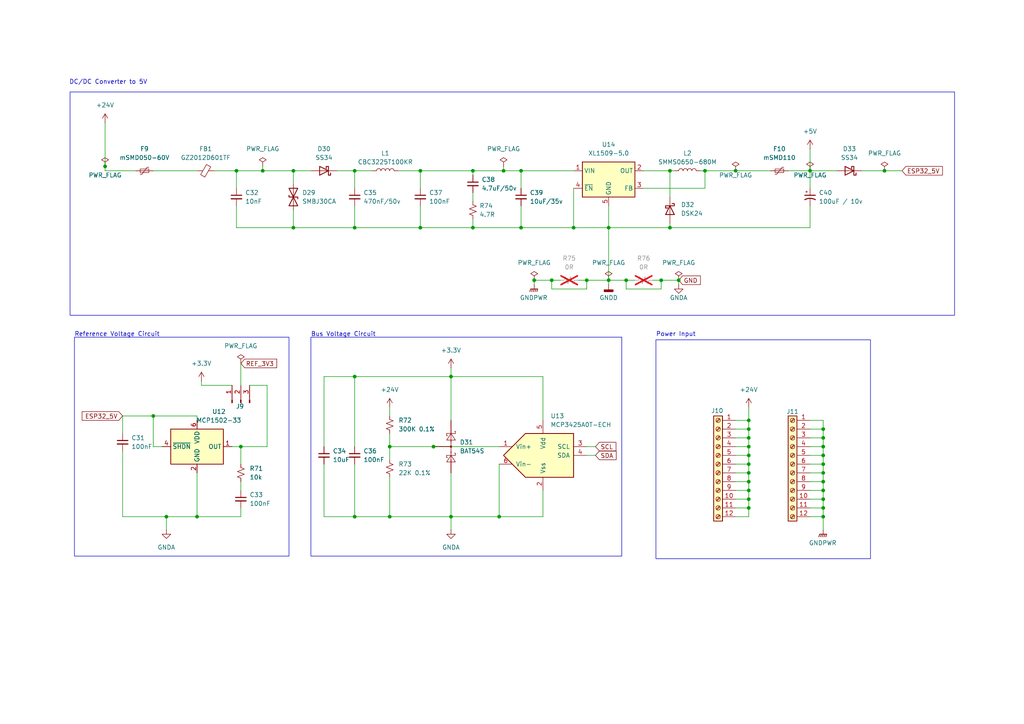
<source format=kicad_sch>
(kicad_sch (version 20231120) (generator "eeschema") (generator_version "8.0")
  (paper "A4")
  (title_block (title "FrothFET 12CH") (date "2024-08-17") (rev "D") (company "https://github.com/hoeken/frothfet"))
  (lib_symbols
    (symbol "Analog_ADC:MCP3425A0T-ECH" (pin_names (offset 1.016))
      (property "Reference" "U" (at -10.16 7.62 0))
      (property "Value" "MCP3425A0T-ECH" (at 2.54 7.62 0))
      (symbol "MCP3425A0T-ECH_0_1"
        (polyline (pts (xy -5.08 6.35) (xy 8.89 6.35) (xy 8.89 0) (xy 8.89 -6.35) (xy -5.08 -6.35) (xy -11.43 0) (xy -5.08 6.35)) (stroke (width 0.254)) (fill (type background)))
      )
      (symbol "MCP3425A0T-ECH_1_1"
        (pin passive line (at -12.7 2.54 0) (length 3.81) (name "Vin+") (number "1"))
        (pin power_in line (at 0 -10.16 90) (length 3.81) (name "Vss") (number "2"))
        (pin input line (at 12.7 2.54 180) (length 3.81) (name "SCL") (number "3"))
        (pin bidirectional line (at 12.7 0 180) (length 3.81) (name "SDA") (number "4"))
        (pin power_in line (at 0 10.16 270) (length 3.81) (name "Vdd") (number "5"))
        (pin passive line (at -12.7 -2.54 0) (length 3.81) (name "Vin-") (number "6"))
      )
    )
    (symbol "Connector:Conn_01x03_Pin" (pin_names (offset 1.016) hide)
      (property "Reference" "J" (at 0 5.08 0))
      (property "Value" "Conn_01x03_Pin" (at 0 -5.08 0))
      (symbol "Conn_01x03_Pin_1_1"
        (polyline (pts (xy 1.27 -2.54) (xy 0.8636 -2.54)) (stroke (width 0.1524)))
        (polyline (pts (xy 1.27 0) (xy 0.8636 0)) (stroke (width 0.1524)))
        (polyline (pts (xy 1.27 2.54) (xy 0.8636 2.54)) (stroke (width 0.1524)))
        (rectangle (start 0.8636 -2.413) (end 0 -2.667) (stroke (width 0.1524)) (fill (type outline)))
        (rectangle (start 0.8636 0.127) (end 0 -0.127) (stroke (width 0.1524)) (fill (type outline)))
        (rectangle (start 0.8636 2.667) (end 0 2.413) (stroke (width 0.1524)) (fill (type outline)))
        (pin passive line (at 5.08 2.54 180) (length 3.81) (name "Pin_1") (number "1"))
        (pin passive line (at 5.08 0 180) (length 3.81) (name "Pin_2") (number "2"))
        (pin passive line (at 5.08 -2.54 180) (length 3.81) (name "Pin_3") (number "3"))
      )
    )
    (symbol "Connector:Screw_Terminal_01x12" (pin_names (offset 1.016) hide)
      (property "Reference" "J" (at 0 15.24 0))
      (property "Value" "Screw_Terminal_01x12" (at 0 -17.78 0))
      (symbol "Screw_Terminal_01x12_1_1"
        (rectangle (start -1.27 13.97) (end 1.27 -16.51) (stroke (width 0.254)) (fill (type background)))
        (circle (center 0 -15.24) (radius 0.635) (stroke (width 0.1524)))
        (circle (center 0 -12.7) (radius 0.635) (stroke (width 0.1524)))
        (circle (center 0 -10.16) (radius 0.635) (stroke (width 0.1524)))
        (circle (center 0 -7.62) (radius 0.635) (stroke (width 0.1524)))
        (circle (center 0 -5.08) (radius 0.635) (stroke (width 0.1524)))
        (circle (center 0 -2.54) (radius 0.635) (stroke (width 0.1524)))
        (polyline (pts (xy -0.5334 -14.9098) (xy 0.3302 -15.748)) (stroke (width 0.1524)))
        (polyline (pts (xy -0.5334 -12.3698) (xy 0.3302 -13.208)) (stroke (width 0.1524)))
        (polyline (pts (xy -0.5334 -9.8298) (xy 0.3302 -10.668)) (stroke (width 0.1524)))
        (polyline (pts (xy -0.5334 -7.2898) (xy 0.3302 -8.128)) (stroke (width 0.1524)))
        (polyline (pts (xy -0.5334 -4.7498) (xy 0.3302 -5.588)) (stroke (width 0.1524)))
        (polyline (pts (xy -0.5334 -2.2098) (xy 0.3302 -3.048)) (stroke (width 0.1524)))
        (polyline (pts (xy -0.5334 0.3302) (xy 0.3302 -0.508)) (stroke (width 0.1524)))
        (polyline (pts (xy -0.5334 2.8702) (xy 0.3302 2.032)) (stroke (width 0.1524)))
        (polyline (pts (xy -0.5334 5.4102) (xy 0.3302 4.572)) (stroke (width 0.1524)))
        (polyline (pts (xy -0.5334 7.9502) (xy 0.3302 7.112)) (stroke (width 0.1524)))
        (polyline (pts (xy -0.5334 10.4902) (xy 0.3302 9.652)) (stroke (width 0.1524)))
        (polyline (pts (xy -0.5334 13.0302) (xy 0.3302 12.192)) (stroke (width 0.1524)))
        (polyline (pts (xy -0.3556 -14.732) (xy 0.508 -15.5702)) (stroke (width 0.1524)))
        (polyline (pts (xy -0.3556 -12.192) (xy 0.508 -13.0302)) (stroke (width 0.1524)))
        (polyline (pts (xy -0.3556 -9.652) (xy 0.508 -10.4902)) (stroke (width 0.1524)))
        (polyline (pts (xy -0.3556 -7.112) (xy 0.508 -7.9502)) (stroke (width 0.1524)))
        (polyline (pts (xy -0.3556 -4.572) (xy 0.508 -5.4102)) (stroke (width 0.1524)))
        (polyline (pts (xy -0.3556 -2.032) (xy 0.508 -2.8702)) (stroke (width 0.1524)))
        (polyline (pts (xy -0.3556 0.508) (xy 0.508 -0.3302)) (stroke (width 0.1524)))
        (polyline (pts (xy -0.3556 3.048) (xy 0.508 2.2098)) (stroke (width 0.1524)))
        (polyline (pts (xy -0.3556 5.588) (xy 0.508 4.7498)) (stroke (width 0.1524)))
        (polyline (pts (xy -0.3556 8.128) (xy 0.508 7.2898)) (stroke (width 0.1524)))
        (polyline (pts (xy -0.3556 10.668) (xy 0.508 9.8298)) (stroke (width 0.1524)))
        (polyline (pts (xy -0.3556 13.208) (xy 0.508 12.3698)) (stroke (width 0.1524)))
        (circle (center 0 0) (radius 0.635) (stroke (width 0.1524)))
        (circle (center 0 2.54) (radius 0.635) (stroke (width 0.1524)))
        (circle (center 0 5.08) (radius 0.635) (stroke (width 0.1524)))
        (circle (center 0 7.62) (radius 0.635) (stroke (width 0.1524)))
        (circle (center 0 10.16) (radius 0.635) (stroke (width 0.1524)))
        (circle (center 0 12.7) (radius 0.635) (stroke (width 0.1524)))
        (pin passive line (at -5.08 12.7 0) (length 3.81) (name "Pin_1") (number "1"))
        (pin passive line (at -5.08 -10.16 0) (length 3.81) (name "Pin_10") (number "10"))
        (pin passive line (at -5.08 -12.7 0) (length 3.81) (name "Pin_11") (number "11"))
        (pin passive line (at -5.08 -15.24 0) (length 3.81) (name "Pin_12") (number "12"))
        (pin passive line (at -5.08 10.16 0) (length 3.81) (name "Pin_2") (number "2"))
        (pin passive line (at -5.08 7.62 0) (length 3.81) (name "Pin_3") (number "3"))
        (pin passive line (at -5.08 5.08 0) (length 3.81) (name "Pin_4") (number "4"))
        (pin passive line (at -5.08 2.54 0) (length 3.81) (name "Pin_5") (number "5"))
        (pin passive line (at -5.08 0 0) (length 3.81) (name "Pin_6") (number "6"))
        (pin passive line (at -5.08 -2.54 0) (length 3.81) (name "Pin_7") (number "7"))
        (pin passive line (at -5.08 -5.08 0) (length 3.81) (name "Pin_8") (number "8"))
        (pin passive line (at -5.08 -7.62 0) (length 3.81) (name "Pin_9") (number "9"))
      )
    )
    (symbol "Device:C_Polarized_Small_US" (pin_numbers hide) (pin_names (offset 0.254) hide)
      (property "Reference" "C" (at 0.254 1.778 0))
      (property "Value" "C_Polarized_Small_US" (at 0.254 -2.032 0))
      (symbol "C_Polarized_Small_US_0_1"
        (polyline (pts (xy -1.524 0.508) (xy 1.524 0.508)) (stroke (width 0.3048)))
        (polyline (pts (xy -1.27 1.524) (xy -0.762 1.524)))
        (polyline (pts (xy -1.016 1.27) (xy -1.016 1.778)))
        (arc (start 1.524 -0.762) (mid 0 -0.3734) (end -1.524 -0.762) (stroke (width 0.3048)))
      )
      (symbol "C_Polarized_Small_US_1_1"
        (pin passive line (at 0 2.54 270) (length 2.032) (name "~") (number "1"))
        (pin passive line (at 0 -2.54 90) (length 2.032) (name "~") (number "2"))
      )
    )
    (symbol "Device:C_Small" (pin_numbers hide) (pin_names (offset 0.254) hide)
      (property "Reference" "C" (at 0.254 1.778 0))
      (property "Value" "C_Small" (at 0.254 -2.032 0))
      (symbol "C_Small_0_1"
        (polyline (pts (xy -1.524 -0.508) (xy 1.524 -0.508)) (stroke (width 0.3302)))
        (polyline (pts (xy -1.524 0.508) (xy 1.524 0.508)) (stroke (width 0.3048)))
      )
      (symbol "C_Small_1_1"
        (pin passive line (at 0 2.54 270) (length 2.032) (name "~") (number "1"))
        (pin passive line (at 0 -2.54 90) (length 2.032) (name "~") (number "2"))
      )
    )
    (symbol "Device:D_Schottky" (pin_numbers hide) (pin_names (offset 1.016) hide)
      (property "Reference" "D" (at 0 2.54 0))
      (property "Value" "D_Schottky" (at 0 -2.54 0))
      (symbol "D_Schottky_0_1"
        (polyline (pts (xy 1.27 0) (xy -1.27 0)))
        (polyline (pts (xy 1.27 1.27) (xy 1.27 -1.27) (xy -1.27 0) (xy 1.27 1.27)) (stroke (width 0.254)))
        (polyline (pts (xy -1.905 0.635) (xy -1.905 1.27) (xy -1.27 1.27) (xy -1.27 -1.27) (xy -0.635 -1.27) (xy -0.635 -0.635)) (stroke (width 0.254)))
      )
      (symbol "D_Schottky_1_1"
        (pin passive line (at -3.81 0 0) (length 2.54) (name "K") (number "1"))
        (pin passive line (at 3.81 0 180) (length 2.54) (name "A") (number "2"))
      )
    )
    (symbol "Device:D_TVS" (pin_numbers hide) (pin_names (offset 1.016) hide)
      (property "Reference" "D" (at 0 2.54 0))
      (property "Value" "D_TVS" (at 0 -2.54 0))
      (symbol "D_TVS_0_1"
        (polyline (pts (xy 1.27 0) (xy -1.27 0)))
        (polyline (pts (xy 0.508 1.27) (xy 0 1.27) (xy 0 -1.27) (xy -0.508 -1.27)) (stroke (width 0.254)))
        (polyline (pts (xy -2.54 1.27) (xy -2.54 -1.27) (xy 2.54 1.27) (xy 2.54 -1.27) (xy -2.54 1.27)) (stroke (width 0.254)))
      )
      (symbol "D_TVS_1_1"
        (pin passive line (at -3.81 0 0) (length 2.54) (name "A1") (number "1"))
        (pin passive line (at 3.81 0 180) (length 2.54) (name "A2") (number "2"))
      )
    )
    (symbol "Device:FerriteBead_Small" (pin_numbers hide) (pin_names (offset 0))
      (property "Reference" "FB" (at 1.905 1.27 0))
      (property "Value" "FerriteBead_Small" (at 1.905 -1.27 0))
      (symbol "FerriteBead_Small_0_1"
        (polyline (pts (xy 0 -1.27) (xy 0 -0.7874)))
        (polyline (pts (xy 0 0.889) (xy 0 1.2954)))
        (polyline (pts (xy -1.8288 0.2794) (xy -1.1176 1.4986) (xy 1.8288 -0.2032) (xy 1.1176 -1.4224) (xy -1.8288 0.2794)))
      )
      (symbol "FerriteBead_Small_1_1"
        (pin passive line (at 0 2.54 270) (length 1.27) (name "~") (number "1"))
        (pin passive line (at 0 -2.54 90) (length 1.27) (name "~") (number "2"))
      )
    )
    (symbol "Device:L" (pin_numbers hide) (pin_names (offset 1.016) hide)
      (property "Reference" "L" (at -1.27 0 90))
      (property "Value" "L" (at 1.905 0 90))
      (symbol "L_0_1"
        (arc (start 0 -2.54) (mid 0.6323 -1.905) (end 0 -1.27))
        (arc (start 0 -1.27) (mid 0.6323 -0.635) (end 0 0))
        (arc (start 0 0) (mid 0.6323 0.635) (end 0 1.27))
        (arc (start 0 1.27) (mid 0.6323 1.905) (end 0 2.54))
      )
      (symbol "L_1_1"
        (pin passive line (at 0 3.81 270) (length 1.27) (name "1") (number "1"))
        (pin passive line (at 0 -3.81 90) (length 1.27) (name "2") (number "2"))
      )
    )
    (symbol "Device:Polyfuse_Small" (pin_numbers hide) (pin_names (offset 0))
      (property "Reference" "F" (at -1.905 0 90))
      (property "Value" "Polyfuse_Small" (at 1.905 0 90))
      (symbol "Polyfuse_Small_0_1"
        (rectangle (start -0.508 1.27) (end 0.508 -1.27))
        (polyline (pts (xy 0 2.54) (xy 0 -2.54)))
        (polyline (pts (xy -1.016 1.27) (xy -1.016 0.762) (xy 1.016 -0.762) (xy 1.016 -1.27)))
      )
      (symbol "Polyfuse_Small_1_1"
        (pin passive line (at 0 2.54 270) (length 0.635) (name "~") (number "1"))
        (pin passive line (at 0 -2.54 90) (length 0.635) (name "~") (number "2"))
      )
    )
    (symbol "Device:R_Small_US" (pin_numbers hide) (pin_names (offset 0.254) hide)
      (property "Reference" "R" (at 0.762 0.508 0))
      (property "Value" "R_Small_US" (at 0.762 -1.016 0))
      (symbol "R_Small_US_1_1"
        (polyline (pts (xy 0 0) (xy 1.016 -0.381) (xy 0 -0.762) (xy -1.016 -1.143) (xy 0 -1.524)))
        (polyline (pts (xy 0 1.524) (xy 1.016 1.143) (xy 0 0.762) (xy -1.016 0.381) (xy 0 0)))
        (pin passive line (at 0 2.54 270) (length 1.016) (name "~") (number "1"))
        (pin passive line (at 0 -2.54 90) (length 1.016) (name "~") (number "2"))
      )
    )
    (symbol "Diode:BAT54S" (pin_numbers hide) (pin_names (offset 0) hide)
      (property "Reference" "D" (at 2.54 -5.08 0))
      (property "Value" "BAT54S" (at -6.35 3.175 0))
      (symbol "BAT54S_0_1"
        (polyline (pts (xy -3.81 0) (xy -1.27 0)))
        (polyline (pts (xy -3.175 -1.27) (xy -3.175 -1.016)))
        (polyline (pts (xy -2.54 -1.27) (xy -3.175 -1.27)))
        (polyline (pts (xy -2.54 -1.27) (xy -2.54 1.27)))
        (polyline (pts (xy -2.54 1.27) (xy -1.905 1.27)))
        (polyline (pts (xy -1.905 0) (xy 1.905 0)))
        (polyline (pts (xy -1.905 1.27) (xy -1.905 1.016)))
        (polyline (pts (xy 1.27 0) (xy 3.81 0)))
        (polyline (pts (xy 3.175 -1.27) (xy 3.175 -1.016)))
        (polyline (pts (xy 3.81 -1.27) (xy 3.175 -1.27)))
        (polyline (pts (xy 3.81 -1.27) (xy 3.81 1.27)))
        (polyline (pts (xy 3.81 1.27) (xy 4.445 1.27)))
        (polyline (pts (xy 4.445 1.27) (xy 4.445 1.016)))
        (polyline (pts (xy -4.445 1.27) (xy -4.445 -1.27) (xy -2.54 0) (xy -4.445 1.27)))
        (polyline (pts (xy 1.905 1.27) (xy 1.905 -1.27) (xy 3.81 0) (xy 1.905 1.27)))
        (circle (center 0 0) (radius 0.254) (fill (type outline)))
      )
      (symbol "BAT54S_1_1"
        (pin passive line (at -7.62 0 0) (length 3.81) (name "A") (number "1"))
        (pin passive line (at 7.62 0 180) (length 3.81) (name "K") (number "2"))
        (pin passive line (at 0 -5.08 90) (length 5.08) (name "COM") (number "3"))
      )
    )
    (symbol "Reference_Voltage:MCP1501-30xCH"
      (property "Reference" "U" (at -6.35 6.35 0))
      (property "Value" "MCP1501-30xCH" (at 10.16 6.35 0))
      (symbol "MCP1501-30xCH_0_0"
        (pin power_out line (at 10.16 0 180) (length 2.54) (name "OUT") (number "1"))
        (pin power_in line (at 0 -7.62 90) (length 2.54) (name "GND") (number "2"))
        (pin passive line (at 0 -7.62 90) (length 2.54) hide (name "GND") (number "3"))
        (pin input line (at -10.16 0 0) (length 2.54) (name "~{SHDN}") (number "4"))
        (pin passive line (at 0 -7.62 90) (length 2.54) hide (name "GND") (number "5"))
        (pin power_in line (at 0 7.62 270) (length 2.54) (name "VDD") (number "6"))
      )
      (symbol "MCP1501-30xCH_0_1"
        (rectangle (start -7.62 5.08) (end 7.62 -5.08) (stroke (width 0.254)) (fill (type background)))
      )
    )
    (symbol "Regulator_Switching:XL1509-5.0"
      (property "Reference" "U" (at -7.112 6.096 0))
      (property "Value" "XL1509-5.0" (at 5.842 6.096 0))
      (symbol "XL1509-5.0_0_1"
        (rectangle (start -7.62 5.08) (end 7.62 -5.08) (stroke (width 0.254)) (fill (type background)))
      )
      (symbol "XL1509-5.0_1_1"
        (pin power_in line (at -10.16 2.54 0) (length 2.54) (name "VIN") (number "1"))
        (pin power_out line (at 10.16 2.54 180) (length 2.54) (name "OUT") (number "2"))
        (pin input line (at 10.16 -2.54 180) (length 2.54) (name "FB") (number "3"))
        (pin input line (at -10.16 -2.54 0) (length 2.54) (name "~{EN}") (number "4"))
        (pin power_in line (at 0 -7.62 90) (length 2.54) (name "GND") (number "5"))
        (pin passive line (at 0 -7.62 90) (length 2.54) hide (name "GND") (number "6"))
        (pin passive line (at 0 -7.62 90) (length 2.54) hide (name "GND") (number "7"))
        (pin passive line (at 0 -7.62 90) (length 2.54) hide (name "GND") (number "8"))
      )
    )
    (symbol "power:+24V" (power) (pin_numbers hide) (pin_names (offset 0) hide)
      (property "Value" "+24V" (at 0 3.556 0))
      (symbol "+24V_0_1"
        (polyline (pts (xy -0.762 1.27) (xy 0 2.54)))
        (polyline (pts (xy 0 0) (xy 0 2.54)))
        (polyline (pts (xy 0 2.54) (xy 0.762 1.27)))
      )
      (symbol "+24V_1_1"
        (pin power_in line (at 0 0 90) (length 0) (name "~") (number "1"))
      )
    )
    (symbol "power:+3.3V" (power) (pin_numbers hide) (pin_names (offset 0) hide)
      (property "Value" "+3.3V" (at 0 3.556 0))
      (symbol "+3.3V_0_1"
        (polyline (pts (xy -0.762 1.27) (xy 0 2.54)))
        (polyline (pts (xy 0 0) (xy 0 2.54)))
        (polyline (pts (xy 0 2.54) (xy 0.762 1.27)))
      )
      (symbol "+3.3V_1_1"
        (pin power_in line (at 0 0 90) (length 0) (name "~") (number "1"))
      )
    )
    (symbol "power:+5V" (power) (pin_numbers hide) (pin_names (offset 0) hide)
      (property "Value" "+5V" (at 0 3.556 0))
      (symbol "+5V_0_1"
        (polyline (pts (xy -0.762 1.27) (xy 0 2.54)))
        (polyline (pts (xy 0 0) (xy 0 2.54)))
        (polyline (pts (xy 0 2.54) (xy 0.762 1.27)))
      )
      (symbol "+5V_1_1"
        (pin power_in line (at 0 0 90) (length 0) (name "~") (number "1"))
      )
    )
    (symbol "power:GNDA" (power) (pin_numbers hide) (pin_names (offset 0) hide)
      (property "Value" "GNDA" (at 0 -3.81 0))
      (symbol "GNDA_0_1"
        (polyline (pts (xy 0 0) (xy 0 -1.27) (xy 1.27 -1.27) (xy 0 -2.54) (xy -1.27 -1.27) (xy 0 -1.27)))
      )
      (symbol "GNDA_1_1"
        (pin power_in line (at 0 0 270) (length 0) (name "~") (number "1"))
      )
    )
    (symbol "power:GNDD" (power) (pin_numbers hide) (pin_names (offset 0) hide)
      (property "Value" "GNDD" (at 0 -3.175 0))
      (symbol "GNDD_0_1"
        (rectangle (start -1.27 -1.524) (end 1.27 -2.032) (stroke (width 0.254)) (fill (type outline)))
        (polyline (pts (xy 0 0) (xy 0 -1.524)))
      )
      (symbol "GNDD_1_1"
        (pin power_in line (at 0 0 270) (length 0) (name "~") (number "1"))
      )
    )
    (symbol "power:GNDPWR" (power) (pin_numbers hide) (pin_names (offset 0) hide)
      (property "Value" "GNDPWR" (at 0 -3.302 0))
      (symbol "GNDPWR_0_1"
        (polyline (pts (xy 0 -1.27) (xy 0 0)))
        (polyline (pts (xy -1.016 -1.27) (xy -1.27 -2.032) (xy -1.27 -2.032)) (stroke (width 0.2032)))
        (polyline (pts (xy -0.508 -1.27) (xy -0.762 -2.032) (xy -0.762 -2.032)) (stroke (width 0.2032)))
        (polyline (pts (xy 0 -1.27) (xy -0.254 -2.032) (xy -0.254 -2.032)) (stroke (width 0.2032)))
        (polyline (pts (xy 0.508 -1.27) (xy 0.254 -2.032) (xy 0.254 -2.032)) (stroke (width 0.2032)))
        (polyline (pts (xy 1.016 -1.27) (xy -1.016 -1.27) (xy -1.016 -1.27)) (stroke (width 0.2032)))
        (polyline (pts (xy 1.016 -1.27) (xy 0.762 -2.032) (xy 0.762 -2.032) (xy 0.762 -2.032)) (stroke (width 0.2032)))
      )
      (symbol "GNDPWR_1_1"
        (pin power_in line (at 0 0 270) (length 0) (name "~") (number "1"))
      )
    )
    (symbol "power:PWR_FLAG" (power) (pin_numbers hide) (pin_names (offset 0) hide)
      (property "Value" "PWR_FLAG" (at 0 3.81 0))
      (symbol "PWR_FLAG_0_0"
        (pin power_out line (at 0 0 90) (length 0) (name "~") (number "1"))
      )
      (symbol "PWR_FLAG_0_1"
        (polyline (pts (xy 0 0) (xy 0 1.27) (xy -1.016 1.905) (xy 0 2.54) (xy 1.016 1.905) (xy 0 1.27)))
      )
    )
  )
  (junction (at 217.17 144.78))
  (junction (at 176.53 81.28))
  (junction (at 238.76 147.32))
  (junction (at 217.17 139.7))
  (junction (at 57.15 149.86))
  (junction (at 238.76 127))
  (junction (at 194.31 66.04))
  (junction (at 68.58 49.53))
  (junction (at 151.13 49.53))
  (junction (at 217.17 121.92))
  (junction (at 176.53 66.04))
  (junction (at 130.81 109.22))
  (junction (at 238.76 134.62))
  (junction (at 113.03 149.86))
  (junction (at 137.16 49.53))
  (junction (at 238.76 149.86))
  (junction (at 238.76 129.54))
  (junction (at 238.76 139.7))
  (junction (at 121.92 49.53))
  (junction (at 238.76 137.16))
  (junction (at 69.85 129.54))
  (junction (at 234.95 49.53))
  (junction (at 191.77 81.28))
  (junction (at 144.78 149.86))
  (junction (at 217.17 137.16))
  (junction (at 194.31 49.53))
  (junction (at 154.94 81.28))
  (junction (at 181.61 81.28))
  (junction (at 238.76 132.08))
  (junction (at 151.13 66.04))
  (junction (at 44.45 120.65))
  (junction (at 30.48 48.26))
  (junction (at 121.92 66.04))
  (junction (at 125.73 129.54))
  (junction (at 85.09 49.53))
  (junction (at 217.17 147.32))
  (junction (at 238.76 144.78))
  (junction (at 113.03 129.54))
  (junction (at 204.47 49.53))
  (junction (at 102.87 66.04))
  (junction (at 102.87 109.22))
  (junction (at 217.17 142.24))
  (junction (at 160.02 81.28))
  (junction (at 217.17 127))
  (junction (at 256.54 49.53))
  (junction (at 196.85 81.28))
  (junction (at 213.36 49.53))
  (junction (at 217.17 124.46))
  (junction (at 217.17 134.62))
  (junction (at 102.87 49.53))
  (junction (at 238.76 142.24))
  (junction (at 48.26 149.86))
  (junction (at 130.81 149.86))
  (junction (at 76.2 49.53))
  (junction (at 137.16 66.04))
  (junction (at 146.05 49.53))
  (junction (at 238.76 124.46))
  (junction (at 217.17 129.54))
  (junction (at 170.18 81.28))
  (junction (at 217.17 132.08))
  (junction (at 102.87 149.86))
  (junction (at 85.09 66.04))
  (junction (at 166.37 66.04))
  (wire (pts (xy 137.16 66.04) (xy 151.13 66.04)))
  (wire (pts (xy 137.16 63.5) (xy 137.16 66.04)))
  (wire (pts (xy 102.87 149.86) (xy 113.03 149.86)))
  (wire (pts (xy 217.17 121.92) (xy 217.17 124.46)))
  (wire (pts (xy 181.61 81.28) (xy 184.15 81.28)))
  (wire (pts (xy 35.56 149.86) (xy 48.26 149.86)))
  (wire (pts (xy 146.05 48.26) (xy 146.05 49.53)))
  (wire (pts (xy 113.03 149.86) (xy 130.81 149.86)))
  (wire (pts (xy 217.17 144.78) (xy 213.36 144.78)))
  (wire (pts (xy 68.58 59.69) (xy 68.58 66.04)))
  (wire (pts (xy 238.76 147.32) (xy 238.76 149.86)))
  (wire (pts (xy 137.16 49.53) (xy 146.05 49.53)))
  (wire (pts (xy 77.47 111.76) (xy 77.47 129.54)))
  (wire (pts (xy 170.18 81.28) (xy 170.18 83.82)))
  (wire (pts (xy 85.09 49.53) (xy 90.17 49.53)))
  (wire (pts (xy 57.15 120.65) (xy 44.45 120.65)))
  (wire (pts (xy 130.81 109.22) (xy 157.48 109.22)))
  (wire (pts (xy 238.76 149.86) (xy 238.76 153.67)))
  (wire (pts (xy 121.92 66.04) (xy 137.16 66.04)))
  (wire (pts (xy 238.76 129.54) (xy 238.76 127)))
  (wire (pts (xy 234.95 124.46) (xy 238.76 124.46)))
  (wire (pts (xy 217.17 132.08) (xy 217.17 134.62)))
  (wire (pts (xy 170.18 129.54) (xy 172.72 129.54)))
  (wire (pts (xy 69.85 105.41) (xy 69.85 111.76)))
  (wire (pts (xy 213.36 121.92) (xy 217.17 121.92)))
  (wire (pts (xy 137.16 49.53) (xy 137.16 50.8)))
  (wire (pts (xy 170.18 83.82) (xy 160.02 83.82)))
  (wire (pts (xy 62.23 49.53) (xy 68.58 49.53)))
  (wire (pts (xy 191.77 81.28) (xy 191.77 83.82)))
  (wire (pts (xy 217.17 147.32) (xy 213.36 147.32)))
  (wire (pts (xy 93.98 134.62) (xy 93.98 149.86)))
  (wire (pts (xy 213.36 137.16) (xy 217.17 137.16)))
  (wire (pts (xy 217.17 144.78) (xy 217.17 147.32)))
  (wire (pts (xy 35.56 120.65) (xy 35.56 125.73)))
  (wire (pts (xy 234.95 137.16) (xy 238.76 137.16)))
  (wire (pts (xy 125.73 129.54) (xy 144.78 129.54)))
  (wire (pts (xy 113.03 129.54) (xy 125.73 129.54)))
  (wire (pts (xy 57.15 149.86) (xy 69.85 149.86)))
  (wire (pts (xy 186.69 49.53) (xy 194.31 49.53)))
  (wire (pts (xy 58.42 111.76) (xy 58.42 110.49)))
  (wire (pts (xy 115.57 49.53) (xy 121.92 49.53)))
  (wire (pts (xy 238.76 124.46) (xy 238.76 121.92)))
  (wire (pts (xy 234.95 142.24) (xy 238.76 142.24)))
  (wire (pts (xy 102.87 49.53) (xy 107.95 49.53)))
  (wire (pts (xy 151.13 66.04) (xy 166.37 66.04)))
  (wire (pts (xy 113.03 129.54) (xy 113.03 133.35)))
  (wire (pts (xy 234.95 149.86) (xy 238.76 149.86)))
  (wire (pts (xy 102.87 109.22) (xy 102.87 129.54)))
  (wire (pts (xy 93.98 109.22) (xy 93.98 129.54)))
  (wire (pts (xy 121.92 49.53) (xy 121.92 54.61)))
  (wire (pts (xy 144.78 149.86) (xy 157.48 149.86)))
  (wire (pts (xy 238.76 134.62) (xy 238.76 132.08)))
  (wire (pts (xy 234.95 132.08) (xy 238.76 132.08)))
  (wire (pts (xy 217.17 147.32) (xy 217.17 149.86)))
  (wire (pts (xy 176.53 66.04) (xy 194.31 66.04)))
  (wire (pts (xy 234.95 129.54) (xy 238.76 129.54)))
  (wire (pts (xy 166.37 66.04) (xy 176.53 66.04)))
  (wire (pts (xy 146.05 49.53) (xy 151.13 49.53)))
  (wire (pts (xy 250.19 49.53) (xy 256.54 49.53)))
  (wire (pts (xy 217.17 129.54) (xy 217.17 132.08)))
  (wire (pts (xy 68.58 49.53) (xy 76.2 49.53)))
  (wire (pts (xy 238.76 144.78) (xy 238.76 147.32)))
  (wire (pts (xy 234.95 139.7) (xy 238.76 139.7)))
  (wire (pts (xy 151.13 59.69) (xy 151.13 66.04)))
  (wire (pts (xy 130.81 149.86) (xy 130.81 153.67)))
  (wire (pts (xy 48.26 149.86) (xy 57.15 149.86)))
  (wire (pts (xy 121.92 49.53) (xy 137.16 49.53)))
  (wire (pts (xy 194.31 49.53) (xy 194.31 57.15)))
  (wire (pts (xy 204.47 49.53) (xy 204.47 54.61)))
  (wire (pts (xy 157.48 109.22) (xy 157.48 121.92)))
  (wire (pts (xy 157.48 149.86) (xy 157.48 142.24)))
  (wire (pts (xy 213.36 134.62) (xy 217.17 134.62)))
  (wire (pts (xy 181.61 83.82) (xy 181.61 81.28)))
  (wire (pts (xy 102.87 134.62) (xy 102.87 149.86)))
  (wire (pts (xy 234.95 144.78) (xy 238.76 144.78)))
  (wire (pts (xy 234.95 134.62) (xy 238.76 134.62)))
  (wire (pts (xy 85.09 60.96) (xy 85.09 66.04)))
  (wire (pts (xy 256.54 49.53) (xy 261.62 49.53)))
  (wire (pts (xy 160.02 83.82) (xy 160.02 81.28)))
  (wire (pts (xy 167.64 81.28) (xy 170.18 81.28)))
  (wire (pts (xy 238.76 121.92) (xy 234.95 121.92)))
  (wire (pts (xy 130.81 106.68) (xy 130.81 109.22)))
  (wire (pts (xy 228.6 49.53) (xy 234.95 49.53)))
  (wire (pts (xy 130.81 137.16) (xy 130.81 149.86)))
  (wire (pts (xy 30.48 49.53) (xy 39.37 49.53)))
  (wire (pts (xy 204.47 54.61) (xy 186.69 54.61)))
  (wire (pts (xy 30.48 48.26) (xy 30.48 49.53)))
  (wire (pts (xy 234.95 43.18) (xy 234.95 49.53)))
  (wire (pts (xy 68.58 66.04) (xy 85.09 66.04)))
  (wire (pts (xy 67.31 129.54) (xy 69.85 129.54)))
  (wire (pts (xy 217.17 127) (xy 217.17 129.54)))
  (wire (pts (xy 217.17 142.24) (xy 213.36 142.24)))
  (wire (pts (xy 58.42 111.76) (xy 67.31 111.76)))
  (wire (pts (xy 69.85 139.7) (xy 69.85 142.24)))
  (wire (pts (xy 93.98 149.86) (xy 102.87 149.86)))
  (wire (pts (xy 176.53 81.28) (xy 176.53 82.55)))
  (wire (pts (xy 102.87 109.22) (xy 130.81 109.22)))
  (wire (pts (xy 48.26 149.86) (xy 48.26 153.67)))
  (wire (pts (xy 69.85 129.54) (xy 77.47 129.54)))
  (wire (pts (xy 69.85 147.32) (xy 69.85 149.86)))
  (wire (pts (xy 76.2 48.26) (xy 76.2 49.53)))
  (wire (pts (xy 137.16 55.88) (xy 137.16 58.42)))
  (wire (pts (xy 44.45 120.65) (xy 35.56 120.65)))
  (wire (pts (xy 176.53 59.69) (xy 176.53 66.04)))
  (wire (pts (xy 176.53 66.04) (xy 176.53 81.28)))
  (wire (pts (xy 170.18 132.08) (xy 172.72 132.08)))
  (wire (pts (xy 194.31 49.53) (xy 195.58 49.53)))
  (wire (pts (xy 35.56 130.81) (xy 35.56 149.86)))
  (wire (pts (xy 194.31 64.77) (xy 194.31 66.04)))
  (wire (pts (xy 213.36 132.08) (xy 217.17 132.08)))
  (wire (pts (xy 160.02 81.28) (xy 162.56 81.28)))
  (wire (pts (xy 69.85 129.54) (xy 69.85 134.62)))
  (wire (pts (xy 217.17 149.86) (xy 213.36 149.86)))
  (wire (pts (xy 113.03 138.43) (xy 113.03 149.86)))
  (wire (pts (xy 217.17 137.16) (xy 217.17 139.7)))
  (wire (pts (xy 217.17 139.7) (xy 217.17 142.24)))
  (wire (pts (xy 44.45 49.53) (xy 57.15 49.53)))
  (wire (pts (xy 151.13 49.53) (xy 151.13 54.61)))
  (wire (pts (xy 217.17 118.11) (xy 217.17 121.92)))
  (wire (pts (xy 204.47 49.53) (xy 213.36 49.53)))
  (wire (pts (xy 217.17 124.46) (xy 217.17 127)))
  (wire (pts (xy 213.36 139.7) (xy 217.17 139.7)))
  (wire (pts (xy 68.58 49.53) (xy 68.58 54.61)))
  (wire (pts (xy 151.13 49.53) (xy 166.37 49.53)))
  (wire (pts (xy 234.95 49.53) (xy 242.57 49.53)))
  (wire (pts (xy 191.77 81.28) (xy 196.85 81.28)))
  (wire (pts (xy 57.15 137.16) (xy 57.15 149.86)))
  (wire (pts (xy 189.23 81.28) (xy 191.77 81.28)))
  (wire (pts (xy 102.87 66.04) (xy 121.92 66.04)))
  (wire (pts (xy 121.92 59.69) (xy 121.92 66.04)))
  (wire (pts (xy 46.99 129.54) (xy 44.45 129.54)))
  (wire (pts (xy 97.79 49.53) (xy 102.87 49.53)))
  (wire (pts (xy 213.36 129.54) (xy 217.17 129.54)))
  (wire (pts (xy 85.09 66.04) (xy 102.87 66.04)))
  (wire (pts (xy 72.39 111.76) (xy 77.47 111.76)))
  (wire (pts (xy 57.15 120.65) (xy 57.15 121.92)))
  (wire (pts (xy 44.45 120.65) (xy 44.45 129.54)))
  (wire (pts (xy 238.76 132.08) (xy 238.76 129.54)))
  (wire (pts (xy 234.95 59.69) (xy 234.95 66.04)))
  (wire (pts (xy 93.98 109.22) (xy 102.87 109.22)))
  (wire (pts (xy 213.36 49.53) (xy 223.52 49.53)))
  (wire (pts (xy 238.76 127) (xy 238.76 124.46)))
  (wire (pts (xy 196.85 82.55) (xy 196.85 81.28)))
  (wire (pts (xy 76.2 49.53) (xy 85.09 49.53)))
  (wire (pts (xy 234.95 127) (xy 238.76 127)))
  (wire (pts (xy 213.36 124.46) (xy 217.17 124.46)))
  (wire (pts (xy 30.48 48.26) (xy 30.48 35.56)))
  (wire (pts (xy 113.03 118.11) (xy 113.03 120.65)))
  (wire (pts (xy 102.87 59.69) (xy 102.87 66.04)))
  (wire (pts (xy 238.76 137.16) (xy 238.76 134.62)))
  (wire (pts (xy 130.81 109.22) (xy 130.81 121.92)))
  (wire (pts (xy 203.2 49.53) (xy 204.47 49.53)))
  (wire (pts (xy 176.53 81.28) (xy 181.61 81.28)))
  (wire (pts (xy 194.31 66.04) (xy 234.95 66.04)))
  (wire (pts (xy 238.76 142.24) (xy 238.76 144.78)))
  (wire (pts (xy 85.09 49.53) (xy 85.09 53.34)))
  (wire (pts (xy 234.95 49.53) (xy 234.95 54.61)))
  (wire (pts (xy 238.76 139.7) (xy 238.76 137.16)))
  (wire (pts (xy 113.03 125.73) (xy 113.03 129.54)))
  (wire (pts (xy 154.94 81.28) (xy 154.94 82.55)))
  (wire (pts (xy 102.87 54.61) (xy 102.87 49.53)))
  (wire (pts (xy 234.95 147.32) (xy 238.76 147.32)))
  (wire (pts (xy 154.94 81.28) (xy 160.02 81.28)))
  (wire (pts (xy 217.17 142.24) (xy 217.17 144.78)))
  (wire (pts (xy 217.17 134.62) (xy 217.17 137.16)))
  (wire (pts (xy 191.77 83.82) (xy 181.61 83.82)))
  (wire (pts (xy 166.37 54.61) (xy 166.37 66.04)))
  (wire (pts (xy 130.81 149.86) (xy 144.78 149.86)))
  (wire (pts (xy 213.36 127) (xy 217.17 127)))
  (wire (pts (xy 144.78 134.62) (xy 144.78 149.86)))
  (wire (pts (xy 170.18 81.28) (xy 176.53 81.28)))
  (wire (pts (xy 238.76 139.7) (xy 238.76 142.24)))
  (rectangle (start 20.32 26.67) (end 276.86 91.44))
  (rectangle (start 90.17 97.79) (end 180.34 161.29))
  (rectangle (start 190.246 98.552) (end 252.476 162.052))
  (rectangle (start 21.59 97.79) (end 83.82 161.29))
  (text "Reference Voltage Circuit" (at 21.59 97.79 0) (effects (font (size 1.27 1.27)) (justify left bottom)))
  (text "DC/DC Converter to 5V" (at 20.066 24.638 0) (effects (font (size 1.27 1.27)) (justify left bottom)))
  (text "Power Input" (at 190.246 97.79 0) (effects (font (size 1.27 1.27)) (justify left bottom)))
  (text "Bus Voltage Circuit" (at 90.17 97.79 0) (effects (font (size 1.27 1.27)) (justify left bottom)))
  (global_label "SCL" (shape input) (at 172.72 129.54 0) (property "Intersheetrefs" "${INTERSHEET_REFS}" (effects (hide yes))))
  (global_label "GND" (shape input) (at 196.85 81.28 0) (property "Intersheetrefs" "${INTERSHEET_REFS}" (effects (hide yes))))
  (global_label "SDA" (shape input) (at 172.72 132.08 0) (property "Intersheetrefs" "${INTERSHEET_REFS}" (effects (hide yes))))
  (global_label "ESP32_5V" (shape input) (at 261.62 49.53 0) (property "Intersheetrefs" "${INTERSHEET_REFS}" (effects (hide yes))))
  (global_label "ESP32_5V" (shape input) (at 35.56 120.65 180) (property "Intersheetrefs" "${INTERSHEET_REFS}" (effects (hide yes))))
  (global_label "REF_3V3" (shape input) (at 69.85 105.41 0) (property "Intersheetrefs" "${INTERSHEET_REFS}" (effects (hide yes))))
  (symbol (lib_id "Connector:Screw_Terminal_01x12") (at 208.28 134.62 0) (mirror y) (unit 1)
    (property "Reference" "J10" (at 208.026 119.126 0))
    (property "Value" "Screw_Terminal_01x12" (effects (hide yes)))
    (property "Footprint" "yarrboard:Busbar Rev D" (effects (hide yes)))
    (property "Description" "Generic screw terminal, single row, 01x12, script generated (kicad-library-utils/schlib/autogen/connector/)" (effects (hide yes)))
  )
  (symbol (lib_id "Diode:BAT54S") (at 130.81 129.54 270) (mirror x) (unit 1)
    (property "Reference" "D31" (at 133.35 128.27 90) (effects (justify left)))
    (property "Value" "BAT54S" (at 133.35 130.81 90) (effects (justify left)))
    (property "Footprint" "Package_TO_SOT_SMD:SOT-23" (effects (hide yes)))
    (property "Datasheet" "https://www.diodes.com/assets/Datasheets/ds11005.pdf" (effects (hide yes)))
    (property "LCSC" "C727126" (effects (hide yes)))
  )
  (symbol (lib_id "Device:C_Small") (at 151.13 57.15 0) (unit 1)
    (property "Reference" "C39" (at 153.67 55.8863 0) (effects (justify left)))
    (property "Value" "10uF/35v" (at 153.67 58.4263 0) (effects (justify left)))
    (property "Footprint" "Capacitor_SMD:C_1206_3216Metric_Pad1.33x1.80mm_HandSolder" (effects (hide yes)))
    (property "LCSC" "C454102" (effects (hide yes)))
  )
  (symbol (lib_id "Device:C_Small") (at 35.56 128.27 0) (unit 1)
    (property "Reference" "C31" (at 38.1 127.0063 0) (effects (justify left)))
    (property "Value" "100nF" (at 38.1 129.5463 0) (effects (justify left)))
    (property "Footprint" "Capacitor_SMD:C_0805_2012Metric_Pad1.18x1.45mm_HandSolder" (effects (hide yes)))
    (property "LCSC" "C49678" (effects (hide yes)))
  )
  (symbol (lib_id "power:+3.3V") (at 130.81 106.68 0) (unit 1)
    (property "Reference" "#PWR080" (effects (hide yes)))
    (property "Value" "+3.3V" (at 130.81 101.6 0))
    (property "Description" "Power symbol creates a global label with name \"+3.3V\"" (effects (hide yes)))
  )
  (symbol (lib_id "power:+3.3V") (at 58.42 110.49 0) (unit 1)
    (property "Reference" "#PWR078" (effects (hide yes)))
    (property "Value" "+3.3V" (at 58.42 105.41 0))
    (property "Description" "Power symbol creates a global label with name \"+3.3V\"" (effects (hide yes)))
  )
  (symbol (lib_id "Device:D_Schottky") (at 194.31 60.96 270) (unit 1)
    (property "Reference" "D32" (at 197.485 59.3725 90) (effects (justify left)))
    (property "Value" "DSK24" (at 197.485 61.9125 90) (effects (justify left)))
    (property "Footprint" "Diode_SMD:D_SOD-123" (effects (hide yes)))
    (property "Mouser" " 610-CMHSH5-2L" (effects (hide yes)))
    (property "LCSC" "C908229" (effects (hide yes)))
  )
  (symbol (lib_id "power:PWR_FLAG") (at 146.05 48.26 0) (unit 1)
    (property "Reference" "#FLG05" (effects (hide yes)))
    (property "Value" "PWR_FLAG" (at 146.05 43.18 0))
    (property "Description" "Special symbol for telling ERC where power comes from" (effects (hide yes)))
  )
  (symbol (lib_id "Device:R_Small_US") (at 165.1 81.28 270) (unit 1) (on_board no) (dnp yes)
    (property "Reference" "R75" (at 165.1 74.93 90))
    (property "Value" "0R" (at 165.1 77.47 90))
    (property "Footprint" "Resistor_SMD:R_0805_2012Metric_Pad1.20x1.40mm_HandSolder" (effects (hide yes)))
  )
  (symbol (lib_id "Device:D_Schottky") (at 246.38 49.53 180) (unit 1)
    (property "Reference" "D33" (at 246.38 43.18 0))
    (property "Value" "SS34" (at 246.38 45.72 0))
    (property "Footprint" "Diode_SMD:D_SMA" (effects (hide yes)))
    (property "Mouser" " 512-SS34 " (effects (hide yes)))
    (property "LCSC" "C8678" (effects (hide yes)))
  )
  (symbol (lib_id "Connector:Screw_Terminal_01x12") (at 229.87 134.62 0) (mirror y) (unit 1)
    (property "Reference" "J11" (at 229.87 119.38 0))
    (property "Value" "Screw_Terminal_01x12" (effects (hide yes)))
    (property "Footprint" "yarrboard:Busbar Rev D" (effects (hide yes)))
    (property "Description" "Generic screw terminal, single row, 01x12, script generated (kicad-library-utils/schlib/autogen/connector/)" (effects (hide yes)))
  )
  (symbol (lib_id "Device:R_Small_US") (at 69.85 137.16 180) (unit 1)
    (property "Reference" "R71" (at 72.39 135.89 0) (effects (justify right)))
    (property "Value" "10k" (at 72.39 138.43 0) (effects (justify right)))
    (property "Footprint" "Resistor_SMD:R_0805_2012Metric_Pad1.20x1.40mm_HandSolder" (effects (hide yes)))
    (property "LCSC" "C84376" (effects (hide yes)))
  )
  (symbol (lib_id "power:PWR_FLAG") (at 256.54 49.53 0) (unit 1)
    (property "Reference" "#FLG011" (effects (hide yes)))
    (property "Value" "PWR_FLAG" (at 256.54 44.45 0))
    (property "Description" "Special symbol for telling ERC where power comes from" (effects (hide yes)))
  )
  (symbol (lib_id "power:PWR_FLAG") (at 213.36 49.53 0) (unit 1)
    (property "Reference" "#FLG09" (effects (hide yes)))
    (property "Value" "PWR_FLAG" (at 213.36 50.8 0))
    (property "Description" "Special symbol for telling ERC where power comes from" (effects (hide yes)))
  )
  (symbol (lib_id "Device:L") (at 199.39 49.53 90) (unit 1)
    (property "Reference" "L2" (at 199.39 44.45 90))
    (property "Value" "SMMS0650-680M" (at 199.39 46.99 90))
    (property "Footprint" "Inductor_SMD:L_Chilisin_BMRB00060650" (effects (hide yes)))
    (property "LCSC" "C2894721" (effects (hide yes)))
  )
  (symbol (lib_id "power:PWR_FLAG") (at 30.48 48.26 0) (unit 1)
    (property "Reference" "#FLG02" (effects (hide yes)))
    (property "Value" "PWR_FLAG" (at 30.48 50.8 0))
    (property "Description" "Special symbol for telling ERC where power comes from" (effects (hide yes)))
  )
  (symbol (lib_id "Device:C_Small") (at 121.92 57.15 0) (unit 1)
    (property "Reference" "C37" (at 124.46 55.8863 0) (effects (justify left)))
    (property "Value" "100nF" (at 124.46 58.4263 0) (effects (justify left)))
    (property "Footprint" "Capacitor_SMD:C_0805_2012Metric_Pad1.18x1.45mm_HandSolder" (effects (hide yes)))
    (property "LCSC" "C49678" (effects (hide yes)))
  )
  (symbol (lib_id "Device:L") (at 111.76 49.53 90) (unit 1)
    (property "Reference" "L1" (at 111.76 44.45 90))
    (property "Value" "CBC3225T100KR" (at 111.76 46.99 90))
    (property "Footprint" "Inductor_SMD:L_1210_3225Metric" (effects (hide yes)))
    (property "LCSC" "C90321" (effects (hide yes)))
  )
  (symbol (lib_id "power:PWR_FLAG") (at 196.85 81.28 0) (unit 1)
    (property "Reference" "#FLG08" (effects (hide yes)))
    (property "Value" "PWR_FLAG" (at 196.85 76.2 0))
    (property "Description" "Special symbol for telling ERC where power comes from" (effects (hide yes)))
  )
  (symbol (lib_id "Reference_Voltage:MCP1501-30xCH") (at 57.15 129.54 0) (unit 1)
    (property "Reference" "U12" (at 63.5 119.38 0))
    (property "Value" "MCP1502-33" (at 63.5 121.92 0))
    (property "Footprint" "Package_TO_SOT_SMD:SOT-23-6" (effects (hide yes)))
    (property "Datasheet" "http://ww1.microchip.com/downloads/en/DeviceDoc/20005474E.pdf" (effects (hide yes)))
    (property "Mouser" "579-MCP1502T-33E/CHY" (effects (hide yes)))
  )
  (symbol (lib_id "Device:C_Polarized_Small_US") (at 234.95 57.15 0) (unit 1)
    (property "Reference" "C40" (at 237.49 55.8863 0) (effects (justify left)))
    (property "Value" "100uF / 10v" (at 237.49 58.4263 0) (effects (justify left)))
    (property "Footprint" "Capacitor_Tantalum_SMD:CP_EIA-3528-21_Kemet-B" (effects (hide yes)))
    (property "LCSC" "C90975" (effects (hide yes)))
  )
  (symbol (lib_id "power:PWR_FLAG") (at 154.94 81.28 0) (unit 1)
    (property "Reference" "#FLG06" (effects (hide yes)))
    (property "Value" "PWR_FLAG" (at 154.94 76.2 0))
    (property "Description" "Special symbol for telling ERC where power comes from" (effects (hide yes)))
  )
  (symbol (lib_id "Device:D_TVS") (at 85.09 57.15 90) (unit 1)
    (property "Reference" "D29" (at 87.63 55.88 90) (effects (justify right)))
    (property "Value" "SMBJ30CA" (at 87.63 58.42 90) (effects (justify right)))
    (property "Footprint" "Diode_SMD:D_SMB" (effects (hide yes)))
    (property "LCSC" "C284101" (effects (hide yes)))
  )
  (symbol (lib_id "Connector:Conn_01x03_Pin") (at 69.85 116.84 90) (unit 1)
    (property "Reference" "J9" (at 69.596 117.856 90))
    (property "Value" "Conn_01x03_Pin" (effects (hide yes)))
    (property "Footprint" "Connector_PinHeader_2.54mm:PinHeader_1x03_P2.54mm_Vertical" (effects (hide yes)))
    (property "Description" "Generic connector, single row, 01x03, script generated" (effects (hide yes)))
  )
  (symbol (lib_id "Device:R_Small_US") (at 113.03 123.19 180) (unit 1)
    (property "Reference" "R72" (at 115.57 121.92 0) (effects (justify right)))
    (property "Value" "300K 0.1%" (at 115.57 124.46 0) (effects (justify right)))
    (property "Footprint" "Resistor_SMD:R_0805_2012Metric_Pad1.20x1.40mm_HandSolder" (effects (hide yes)))
    (property "LCSC" "C865386" (effects (hide yes)))
  )
  (symbol (lib_id "Device:FerriteBead_Small") (at 59.69 49.53 90) (unit 1)
    (property "Reference" "FB1" (at 59.6519 43.18 90))
    (property "Value" "GZ2012D601TF" (at 59.6519 45.72 90))
    (property "Footprint" "Inductor_SMD:L_0805_2012Metric" (effects (hide yes)))
    (property "LCSC" "C1017" (effects (hide yes)))
  )
  (symbol (lib_id "Regulator_Switching:XL1509-5.0") (at 176.53 52.07 0) (unit 1)
    (property "Reference" "U14" (at 176.53 41.91 0))
    (property "Value" "XL1509-5.0" (at 176.53 44.45 0))
    (property "Footprint" "Package_SO:SOIC-8_3.9x4.9mm_P1.27mm" (effects (hide yes)))
    (property "Datasheet" "https://datasheet.lcsc.com/lcsc/1809050422_XLSEMI-XL1509-5-0E1_C61063.pdf" (effects (hide yes)))
    (property "LCSC" "C2902368" (effects (hide yes)))
  )
  (symbol (lib_id "Device:C_Small") (at 68.58 57.15 0) (unit 1)
    (property "Reference" "C32" (at 71.12 55.8863 0) (effects (justify left)))
    (property "Value" "10nF" (at 71.12 58.4263 0) (effects (justify left)))
    (property "Footprint" "Capacitor_SMD:C_0805_2012Metric_Pad1.18x1.45mm_HandSolder" (effects (hide yes)))
    (property "LCSC" "C83170" (effects (hide yes)))
  )
  (symbol (lib_id "power:+24V") (at 113.03 118.11 0) (unit 1)
    (property "Reference" "#PWR079" (effects (hide yes)))
    (property "Value" "+24V" (at 113.03 113.03 0))
    (property "Description" "Power symbol creates a global label with name \"+24V\"" (effects (hide yes)))
  )
  (symbol (lib_id "power:GNDA") (at 130.81 153.67 0) (unit 1)
    (property "Reference" "#PWR081" (effects (hide yes)))
    (property "Value" "GNDA" (at 130.81 158.75 0))
    (property "Description" "Power symbol creates a global label with name \"GNDA\" , analog ground" (effects (hide yes)))
  )
  (symbol (lib_id "Device:C_Small") (at 137.16 53.34 0) (unit 1)
    (property "Reference" "C38" (at 139.7 52.0763 0) (effects (justify left)))
    (property "Value" "4.7uF/50v" (at 139.7 54.6163 0) (effects (justify left)))
    (property "Footprint" "Capacitor_SMD:C_0805_2012Metric_Pad1.18x1.45mm_HandSolder" (effects (hide yes)))
    (property "LCSC" "C2991173" (effects (hide yes)))
  )
  (symbol (lib_id "Device:Polyfuse_Small") (at 226.06 49.53 270) (unit 1)
    (property "Reference" "F10" (at 226.06 43.18 90))
    (property "Value" "mSMD110" (at 226.06 45.72 90))
    (property "Footprint" "Fuse:Fuse_1812_4532Metric_Pad1.30x3.40mm_HandSolder" (effects (hide yes)))
    (property "LCSC" "C69691" (effects (hide yes)))
  )
  (symbol (lib_id "power:PWR_FLAG") (at 69.85 105.41 0) (unit 1)
    (property "Reference" "#FLG03" (effects (hide yes)))
    (property "Value" "PWR_FLAG" (at 69.85 100.33 0))
    (property "Description" "Special symbol for telling ERC where power comes from" (effects (hide yes)))
  )
  (symbol (lib_id "Device:R_Small_US") (at 137.16 60.96 0) (unit 1)
    (property "Reference" "R74" (at 139.065 59.69 0) (effects (justify left)))
    (property "Value" "4.7R" (at 139.065 62.23 0) (effects (justify left)))
    (property "Footprint" "Resistor_SMD:R_0805_2012Metric_Pad1.20x1.40mm_HandSolder" (effects (hide yes)))
    (property "LCSC" "C137513" (effects (hide yes)))
  )
  (symbol (lib_id "power:GNDPWR") (at 238.76 153.67 0) (unit 1)
    (property "Reference" "#PWR087" (effects (hide yes)))
    (property "Value" "GNDPWR" (at 238.633 157.48 0))
    (property "Description" "Power symbol creates a global label with name \"GNDPWR\" , global ground" (effects (hide yes)))
  )
  (symbol (lib_id "power:+24V") (at 217.17 118.11 0) (unit 1)
    (property "Reference" "#PWR085" (effects (hide yes)))
    (property "Value" "+24V" (at 217.17 113.03 0))
    (property "Description" "Power symbol creates a global label with name \"+24V\"" (effects (hide yes)))
  )
  (symbol (lib_id "power:GNDPWR") (at 154.94 82.55 0) (unit 1)
    (property "Reference" "#PWR082" (effects (hide yes)))
    (property "Value" "GNDPWR" (at 154.813 86.36 0))
    (property "Description" "Power symbol creates a global label with name \"GNDPWR\" , global ground" (effects (hide yes)))
  )
  (symbol (lib_id "Device:Polyfuse_Small") (at 41.91 49.53 270) (unit 1)
    (property "Reference" "F9" (at 41.91 43.18 90))
    (property "Value" "mSMD050-60V" (at 41.91 45.72 90))
    (property "Footprint" "Fuse:Fuse_1812_4532Metric_Pad1.30x3.40mm_HandSolder" (effects (hide yes)))
    (property "LCSC" "C70113" (effects (hide yes)))
  )
  (symbol (lib_id "power:GNDD") (at 176.53 82.55 0) (unit 1)
    (property "Reference" "#PWR083" (effects (hide yes)))
    (property "Value" "GNDD" (at 176.53 86.36 0))
    (property "Description" "Power symbol creates a global label with name \"GNDD\" , digital ground" (effects (hide yes)))
  )
  (symbol (lib_id "Device:R_Small_US") (at 186.69 81.28 270) (unit 1) (on_board no) (dnp yes)
    (property "Reference" "R76" (at 186.69 74.93 90))
    (property "Value" "0R" (at 186.69 77.47 90))
    (property "Footprint" "Resistor_SMD:R_0805_2012Metric_Pad1.20x1.40mm_HandSolder" (effects (hide yes)))
  )
  (symbol (lib_id "Device:C_Small") (at 102.87 132.08 0) (unit 1)
    (property "Reference" "C36" (at 105.41 130.8163 0) (effects (justify left)))
    (property "Value" "100nF" (at 105.41 133.3563 0) (effects (justify left)))
    (property "Footprint" "Capacitor_SMD:C_0805_2012Metric_Pad1.18x1.45mm_HandSolder" (effects (hide yes)))
    (property "LCSC" "C49678" (effects (hide yes)))
  )
  (symbol (lib_id "power:+5V") (at 234.95 43.18 0) (unit 1)
    (property "Reference" "#PWR086" (effects (hide yes)))
    (property "Value" "+5V" (at 234.95 38.1 0))
    (property "Description" "Power symbol creates a global label with name \"+5V\"" (effects (hide yes)))
  )
  (symbol (lib_id "power:GNDA") (at 196.85 82.55 0) (unit 1)
    (property "Reference" "#PWR084" (effects (hide yes)))
    (property "Value" "GNDA" (at 196.85 86.36 0))
    (property "Description" "Power symbol creates a global label with name \"GNDA\" , analog ground" (effects (hide yes)))
  )
  (symbol (lib_id "Device:R_Small_US") (at 113.03 135.89 180) (unit 1)
    (property "Reference" "R73" (at 115.57 134.62 0) (effects (justify right)))
    (property "Value" "22K 0.1%" (at 115.57 137.16 0) (effects (justify right)))
    (property "Footprint" "Resistor_SMD:R_0805_2012Metric_Pad1.20x1.40mm_HandSolder" (effects (hide yes)))
    (property "LCSC" "C865312" (effects (hide yes)))
  )
  (symbol (lib_id "Analog_ADC:MCP3425A0T-ECH") (at 157.48 132.08 0) (unit 1)
    (property "Reference" "U13" (at 159.6741 120.65 0) (effects (justify left)))
    (property "Value" "MCP3425A0T-ECH" (at 159.6741 123.19 0) (effects (justify left)))
    (property "Footprint" "Package_TO_SOT_SMD:SOT-23-6" (effects (hide yes)))
    (property "Datasheet" "http://ww1.microchip.com/downloads/en/DeviceDoc/22072b.pdf" (effects (hide yes)))
    (property "Mouser" "579-MCP3425A0T-E/CH " (effects (hide yes)))
  )
  (symbol (lib_id "Device:D_Schottky") (at 93.98 49.53 180) (unit 1)
    (property "Reference" "D30" (at 93.98 43.18 0))
    (property "Value" "SS34" (at 93.98 45.72 0))
    (property "Footprint" "Diode_SMD:D_SMA" (effects (hide yes)))
    (property "Mouser" " 512-SS34 " (effects (hide yes)))
    (property "LCSC" "C8678" (effects (hide yes)))
  )
  (symbol (lib_id "power:+24V") (at 30.48 35.56 0) (unit 1)
    (property "Reference" "#PWR076" (effects (hide yes)))
    (property "Value" "+24V" (at 30.48 30.48 0))
    (property "Description" "Power symbol creates a global label with name \"+24V\"" (effects (hide yes)))
  )
  (symbol (lib_id "Device:C_Small") (at 102.87 57.15 0) (unit 1)
    (property "Reference" "C35" (at 105.41 55.8863 0) (effects (justify left)))
    (property "Value" "470nF/50v" (at 105.41 58.4263 0) (effects (justify left)))
    (property "Footprint" "Capacitor_SMD:C_0805_2012Metric_Pad1.18x1.45mm_HandSolder" (effects (hide yes)))
    (property "LCSC" "C106843" (effects (hide yes)))
  )
  (symbol (lib_id "power:PWR_FLAG") (at 234.95 49.53 0) (unit 1)
    (property "Reference" "#FLG010" (effects (hide yes)))
    (property "Value" "PWR_FLAG" (at 234.95 50.8 0))
    (property "Description" "Special symbol for telling ERC where power comes from" (effects (hide yes)))
  )
  (symbol (lib_id "Device:C_Small") (at 69.85 144.78 0) (unit 1)
    (property "Reference" "C33" (at 72.39 143.5163 0) (effects (justify left)))
    (property "Value" "100nF" (at 72.39 146.0563 0) (effects (justify left)))
    (property "Footprint" "Capacitor_SMD:C_0805_2012Metric_Pad1.18x1.45mm_HandSolder" (effects (hide yes)))
    (property "LCSC" "C49678" (effects (hide yes)))
  )
  (symbol (lib_id "Device:C_Small") (at 93.98 132.08 0) (unit 1)
    (property "Reference" "C34" (at 96.52 130.8163 0) (effects (justify left)))
    (property "Value" "10uF" (at 96.52 133.3563 0) (effects (justify left)))
    (property "Footprint" "Capacitor_SMD:C_0805_2012Metric_Pad1.18x1.45mm_HandSolder" (effects (hide yes)))
    (property "LCSC" "C1952580" (effects (hide yes)))
  )
  (symbol (lib_id "power:GNDA") (at 48.26 153.67 0) (unit 1)
    (property "Reference" "#PWR077" (effects (hide yes)))
    (property "Value" "GNDA" (at 48.26 158.75 0))
    (property "Description" "Power symbol creates a global label with name \"GNDA\" , analog ground" (effects (hide yes)))
  )
  (symbol (lib_id "power:PWR_FLAG") (at 76.2 48.26 0) (unit 1)
    (property "Reference" "#FLG04" (effects (hide yes)))
    (property "Value" "PWR_FLAG" (at 76.2 43.18 0))
    (property "Description" "Special symbol for telling ERC where power comes from" (effects (hide yes)))
  )
  (symbol (lib_id "power:PWR_FLAG") (at 176.53 81.28 0) (unit 1)
    (property "Reference" "#FLG07" (effects (hide yes)))
    (property "Value" "PWR_FLAG" (at 176.53 76.2 0))
    (property "Description" "Special symbol for telling ERC where power comes from" (effects (hide yes)))
  )
)
</source>
